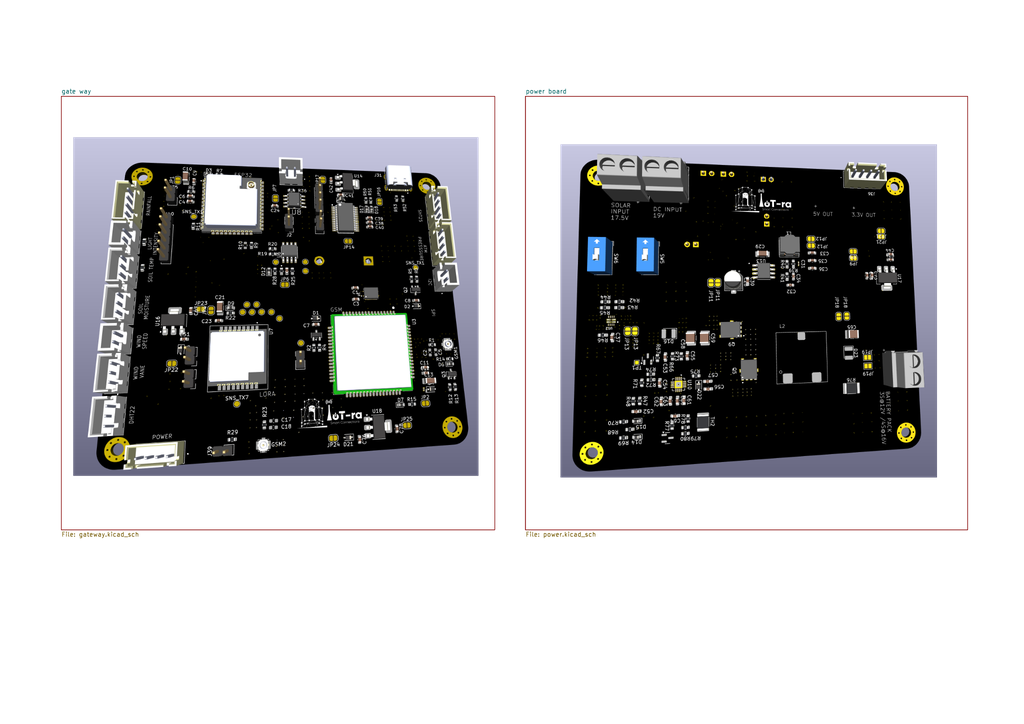
<source format=kicad_sch>
(kicad_sch (version 20250114) (generator "eeschema") (generator_version "9.0")
  (paper "A4")
  (title_block (title "GENERAL  DESIGN SHEET") (company "AdeMNEA IoT-ra") (comment 1 "Designed By TN Muhanguzi") (comment 2 "For MPSE Research at Makerere University"))
  (lib_symbols)
  (image (at 217.17 90.17) (scale 0.426895))
  (image (at 80.01 88.9) (scale 0.430696))
  (sheet (at 152.4 27.94) (size 128.27 125.73) (stroke (width 0.1524))
    (property "Sheetname" "power board" (at 152.4 27.2284 0) (effects (justify left bottom)))
    (property "Sheetfile" "power.kicad_sch" (at 152.4 154.2546 0) (effects (justify left top)))
  )
  (sheet (at 17.78 27.94) (size 125.73 125.73) (stroke (width 0.1524))
    (property "Sheetname" "gate way" (at 17.78 27.2284 0) (effects (justify left bottom)))
    (property "Sheetfile" "gateway.kicad_sch" (at 17.78 154.2546 0) (effects (justify left top)))
  )
)
</source>
